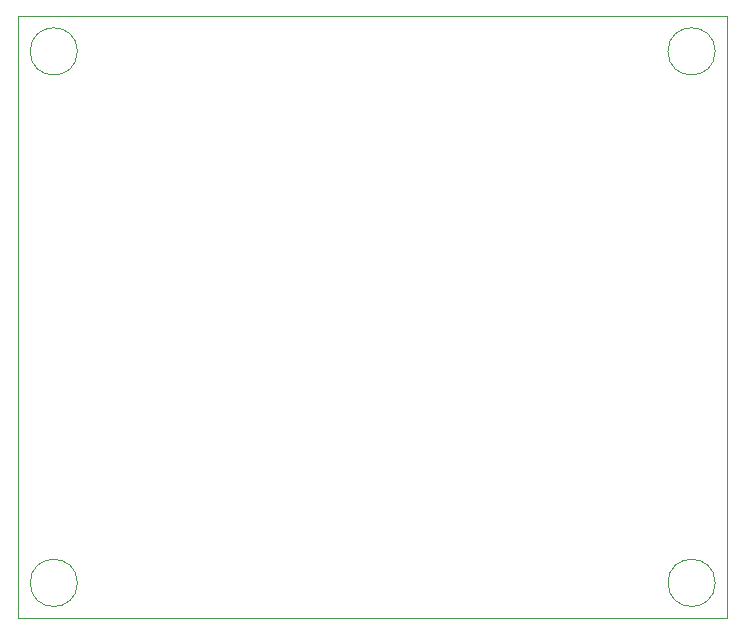
<source format=gbr>
%TF.GenerationSoftware,KiCad,Pcbnew,8.0.0*%
%TF.CreationDate,2024-03-21T13:17:33+03:00*%
%TF.ProjectId,germanium-power-src,6765726d-616e-4697-956d-2d706f776572,rev?*%
%TF.SameCoordinates,Original*%
%TF.FileFunction,Profile,NP*%
%FSLAX46Y46*%
G04 Gerber Fmt 4.6, Leading zero omitted, Abs format (unit mm)*
G04 Created by KiCad (PCBNEW 8.0.0) date 2024-03-21 13:17:33*
%MOMM*%
%LPD*%
G01*
G04 APERTURE LIST*
%TA.AperFunction,Profile*%
%ADD10C,0.100000*%
%TD*%
G04 APERTURE END LIST*
D10*
X159000000Y-72500000D02*
X99000000Y-72500000D01*
X158000000Y-75500000D02*
G75*
G02*
X154000000Y-75500000I-2000000J0D01*
G01*
X154000000Y-75500000D02*
G75*
G02*
X158000000Y-75500000I2000000J0D01*
G01*
X159000000Y-123500000D02*
X159000000Y-72500000D01*
X104000000Y-120500000D02*
G75*
G02*
X100000000Y-120500000I-2000000J0D01*
G01*
X100000000Y-120500000D02*
G75*
G02*
X104000000Y-120500000I2000000J0D01*
G01*
X158000000Y-120500000D02*
G75*
G02*
X154000000Y-120500000I-2000000J0D01*
G01*
X154000000Y-120500000D02*
G75*
G02*
X158000000Y-120500000I2000000J0D01*
G01*
X104000000Y-75500000D02*
G75*
G02*
X100000000Y-75500000I-2000000J0D01*
G01*
X100000000Y-75500000D02*
G75*
G02*
X104000000Y-75500000I2000000J0D01*
G01*
X99000000Y-123500000D02*
X159000000Y-123500000D01*
X99000000Y-72500000D02*
X99000000Y-123500000D01*
M02*

</source>
